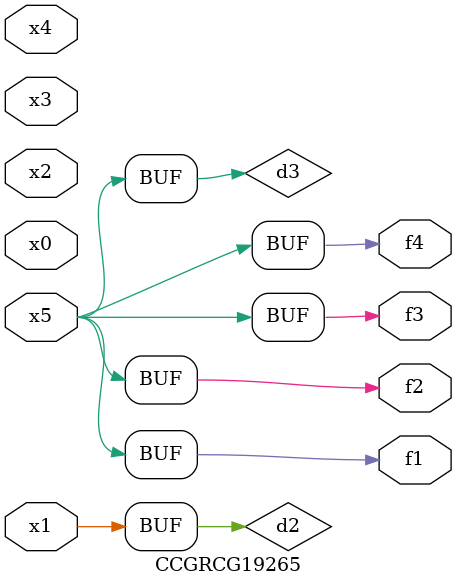
<source format=v>
module CCGRCG19265(
	input x0, x1, x2, x3, x4, x5,
	output f1, f2, f3, f4
);

	wire d1, d2, d3;

	not (d1, x5);
	or (d2, x1);
	xnor (d3, d1);
	assign f1 = d3;
	assign f2 = d3;
	assign f3 = d3;
	assign f4 = d3;
endmodule

</source>
